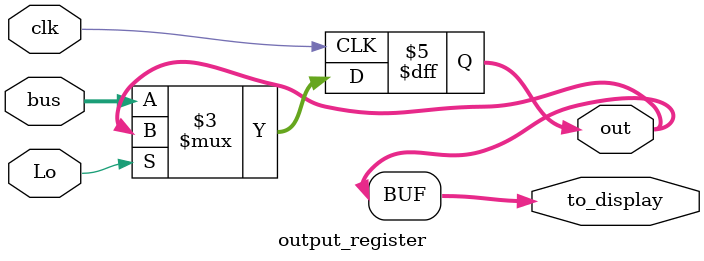
<source format=v>
module output_register(input [7:0] bus  , input Lo , input clk , output reg[7:0] out , output [7:0] to_display);


always @(posedge clk)
begin 
 if(~Lo)
    out<= bus;
    end 
    
    assign to_display = out ;
    endmodule 
</source>
